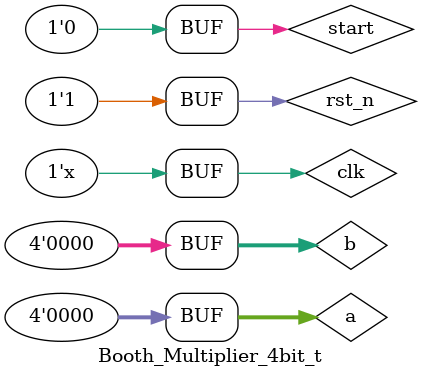
<source format=v>
`timescale 1ns/1ps

module Booth_Multiplier_4bit_t;
    reg start = 0;
    reg clk = 0;
    reg rst_n = 0;
    reg [3:0] a = 0, b = 0;
    wire [7:0] p;

    Booth_Multiplier_4bit b1(
        .a(a),
        .b(b),
        .start(start),
        .clk(clk),
        .p(p),
        .rst_n(rst_n)
    );

    parameter cyc = 4;
    always # (cyc/2) clk = ~clk;

    initial begin
        #4 rst_n = 0;
        #8 rst_n = 1;
        #4 start = 1;
        a = -5;
        b = 3;
        #4 start = 0;
        a = 0;
        b = 0;
        #40
        #4 start = 1;
        a = 5;
        b = 3;
        #4 start = 0;
        a = 0;
        b = 0;
    end

endmodule
</source>
